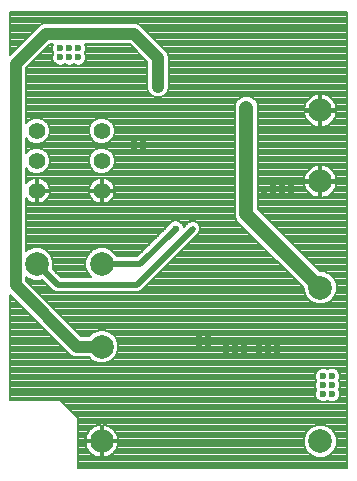
<source format=gbl>
G75*
G70*
%OFA0B0*%
%FSLAX24Y24*%
%IPPOS*%
%LPD*%
%AMOC8*
5,1,8,0,0,1.08239X$1,22.5*
%
%ADD10C,0.0787*%
%ADD11C,0.0551*%
%ADD12C,0.0236*%
%ADD13C,0.0472*%
%ADD14C,0.0394*%
%ADD15C,0.0197*%
%ADD16C,0.0118*%
%ADD17C,0.0079*%
D10*
X003346Y001181D03*
X003346Y004331D03*
X003346Y007087D03*
X001181Y007087D03*
X010630Y006299D03*
X010630Y009843D03*
X010630Y012205D03*
X010630Y001181D03*
D11*
X003346Y009531D03*
X003346Y010531D03*
X003346Y011531D03*
X001181Y011531D03*
X001181Y010531D03*
X001181Y009531D03*
D12*
X004429Y010925D03*
X004724Y010925D03*
X004724Y011220D03*
X004429Y011220D03*
X005217Y012992D03*
X005217Y013287D03*
X002559Y013976D03*
X002264Y013976D03*
X001969Y013976D03*
X001969Y014272D03*
X002264Y014272D03*
X002559Y014272D03*
X008169Y012303D03*
X008169Y012008D03*
X009055Y009744D03*
X009055Y009449D03*
X008760Y009449D03*
X009350Y009449D03*
X009350Y009744D03*
X009646Y009744D03*
X009646Y009449D03*
X006004Y009350D03*
X005709Y009350D03*
X005807Y008268D03*
X006594Y004626D03*
X006594Y004331D03*
X006594Y004035D03*
X006890Y004035D03*
X006890Y004331D03*
X006890Y004626D03*
X007480Y004429D03*
X007776Y004429D03*
X008071Y004429D03*
X008071Y004134D03*
X007776Y004134D03*
X007480Y004134D03*
X008583Y004134D03*
X008878Y004134D03*
X009173Y004134D03*
X009173Y004429D03*
X008878Y004429D03*
X008583Y004429D03*
X010728Y003346D03*
X010728Y003051D03*
X010728Y002756D03*
X011024Y002756D03*
X011024Y003051D03*
X011024Y003346D03*
D13*
X010630Y006299D02*
X008169Y008760D01*
X008169Y012008D01*
X008169Y012303D01*
D14*
X005217Y012992D02*
X005217Y013969D01*
X004422Y014764D01*
X001476Y014764D01*
X000472Y013759D01*
X000472Y006373D01*
X002514Y004331D01*
X003346Y004331D01*
D15*
X004508Y006398D02*
X001870Y006398D01*
X001181Y007087D01*
X003346Y007087D02*
X004626Y007087D01*
X005807Y008268D01*
X006378Y008268D02*
X004508Y006398D01*
D16*
X006378Y008268D03*
D17*
X002559Y001781D02*
X002559Y000276D01*
X011535Y000276D01*
X011535Y015472D01*
X000276Y015472D01*
X000276Y014064D01*
X001276Y015064D01*
X001406Y015118D01*
X001547Y015118D01*
X004352Y015118D01*
X004493Y015118D01*
X004623Y015064D01*
X005517Y014170D01*
X005571Y014040D01*
X005571Y013899D01*
X005571Y012922D01*
X005517Y012791D01*
X005417Y012692D01*
X005287Y012638D01*
X005146Y012638D01*
X005016Y012692D01*
X004916Y012791D01*
X004862Y012922D01*
X004862Y013823D01*
X004275Y014409D01*
X002800Y014409D01*
X002835Y014326D01*
X002835Y014217D01*
X002796Y014124D01*
X002835Y014031D01*
X002835Y013922D01*
X002793Y013820D01*
X002715Y013743D01*
X002614Y013701D01*
X002504Y013701D01*
X002411Y013739D01*
X002319Y013701D01*
X002209Y013701D01*
X002116Y013739D01*
X002023Y013701D01*
X001914Y013701D01*
X001812Y013743D01*
X001735Y013820D01*
X001693Y013922D01*
X001693Y014031D01*
X001731Y014124D01*
X001693Y014217D01*
X001693Y014326D01*
X001727Y014409D01*
X001623Y014409D01*
X000826Y013612D01*
X000826Y011789D01*
X000936Y011899D01*
X001095Y011965D01*
X001267Y011965D01*
X001426Y011899D01*
X001548Y011777D01*
X001614Y011618D01*
X001614Y011445D01*
X001548Y011286D01*
X001426Y011164D01*
X001267Y011098D01*
X001095Y011098D01*
X000936Y011164D01*
X000826Y011274D01*
X000826Y010789D01*
X000936Y010899D01*
X001095Y010965D01*
X001267Y010965D01*
X001426Y010899D01*
X001548Y010777D01*
X001614Y010618D01*
X001614Y010445D01*
X001548Y010286D01*
X001426Y010164D01*
X001267Y010098D01*
X001095Y010098D01*
X000936Y010164D01*
X000826Y010274D01*
X000826Y009780D01*
X000851Y009814D01*
X000899Y009862D01*
X000954Y009902D01*
X001015Y009933D01*
X001080Y009954D01*
X001142Y009964D01*
X001142Y009571D01*
X001220Y009571D01*
X001220Y009964D01*
X001283Y009954D01*
X001347Y009933D01*
X001408Y009902D01*
X001463Y009862D01*
X001511Y009814D01*
X001551Y009758D01*
X001582Y009698D01*
X001603Y009633D01*
X001613Y009571D01*
X001221Y009571D01*
X001221Y009492D01*
X001613Y009492D01*
X001603Y009430D01*
X001582Y009365D01*
X001551Y009304D01*
X001511Y009249D01*
X001463Y009201D01*
X001408Y009161D01*
X001347Y009130D01*
X001283Y009109D01*
X001220Y009099D01*
X001220Y009492D01*
X001142Y009492D01*
X001142Y009099D01*
X001080Y009109D01*
X001015Y009130D01*
X000954Y009161D01*
X000899Y009201D01*
X000851Y009249D01*
X000826Y009283D01*
X000826Y007511D01*
X000869Y007554D01*
X001071Y007638D01*
X001291Y007638D01*
X001493Y007554D01*
X001648Y007399D01*
X001732Y007196D01*
X001732Y006977D01*
X001709Y006921D01*
X001976Y006654D01*
X003000Y006654D01*
X002879Y006774D01*
X002795Y006977D01*
X002795Y007196D01*
X002879Y007399D01*
X003034Y007554D01*
X003237Y007638D01*
X003456Y007638D01*
X003659Y007554D01*
X003814Y007399D01*
X003837Y007342D01*
X004520Y007342D01*
X005554Y008376D01*
X005573Y008424D01*
X005651Y008501D01*
X000826Y008501D01*
X000826Y008424D02*
X005574Y008424D01*
X005524Y008347D02*
X000826Y008347D01*
X000826Y008269D02*
X005447Y008269D01*
X005370Y008192D02*
X000826Y008192D01*
X000826Y008115D02*
X005292Y008115D01*
X005215Y008037D02*
X000826Y008037D01*
X000826Y007960D02*
X005138Y007960D01*
X005060Y007883D02*
X000826Y007883D01*
X000826Y007806D02*
X004983Y007806D01*
X004906Y007728D02*
X000826Y007728D01*
X000826Y007651D02*
X004829Y007651D01*
X004751Y007574D02*
X003611Y007574D01*
X003716Y007496D02*
X004674Y007496D01*
X004597Y007419D02*
X003793Y007419D01*
X003082Y007574D02*
X001445Y007574D01*
X001551Y007496D02*
X002977Y007496D01*
X002900Y007419D02*
X001628Y007419D01*
X001672Y007342D02*
X002856Y007342D01*
X002824Y007265D02*
X001704Y007265D01*
X001732Y007187D02*
X002795Y007187D01*
X002795Y007110D02*
X001732Y007110D01*
X001732Y007033D02*
X002795Y007033D01*
X002804Y006956D02*
X001723Y006956D01*
X001751Y006878D02*
X002836Y006878D01*
X002868Y006801D02*
X001829Y006801D01*
X001906Y006724D02*
X002930Y006724D01*
X001921Y006142D02*
X004559Y006142D01*
X004653Y006181D01*
X004725Y006253D01*
X006595Y008123D01*
X006634Y008217D01*
X006634Y008319D01*
X006595Y008413D01*
X006523Y008485D01*
X006429Y008524D01*
X006327Y008524D01*
X006233Y008485D01*
X006079Y008331D01*
X006041Y008424D01*
X005963Y008501D01*
X006273Y008501D01*
X006172Y008424D02*
X006041Y008424D01*
X006073Y008347D02*
X006095Y008347D01*
X005963Y008501D02*
X005862Y008543D01*
X005752Y008543D01*
X005651Y008501D01*
X006483Y008501D02*
X007871Y008501D01*
X007836Y008537D02*
X010079Y006294D01*
X010079Y006190D01*
X010163Y005987D01*
X010318Y005832D01*
X010520Y005748D01*
X010740Y005748D01*
X010942Y005832D01*
X011097Y005987D01*
X011181Y006190D01*
X011181Y006409D01*
X011097Y006611D01*
X010942Y006766D01*
X010740Y006850D01*
X010636Y006850D01*
X008563Y008923D01*
X008563Y012086D01*
X008563Y012381D01*
X008503Y012526D01*
X008392Y012637D01*
X008248Y012697D01*
X008091Y012697D01*
X007946Y012637D01*
X007836Y012526D01*
X007776Y012381D01*
X007776Y012086D01*
X007776Y008838D01*
X007776Y008681D01*
X007836Y008537D01*
X007818Y008578D02*
X000826Y008578D01*
X000826Y008656D02*
X007786Y008656D01*
X007776Y008733D02*
X000826Y008733D01*
X000826Y008810D02*
X007776Y008810D01*
X007776Y008888D02*
X000826Y008888D01*
X000826Y008965D02*
X007776Y008965D01*
X007776Y009042D02*
X000826Y009042D01*
X000826Y009119D02*
X001048Y009119D01*
X001142Y009119D02*
X001220Y009119D01*
X001220Y009197D02*
X001142Y009197D01*
X001142Y009274D02*
X001220Y009274D01*
X001220Y009351D02*
X001142Y009351D01*
X001142Y009429D02*
X001220Y009429D01*
X001221Y009506D02*
X003307Y009506D01*
X003307Y009492D02*
X002914Y009492D01*
X002924Y009430D01*
X002945Y009365D01*
X002976Y009304D01*
X003016Y009249D01*
X003064Y009201D01*
X003119Y009161D01*
X003180Y009130D01*
X003245Y009109D01*
X003307Y009099D01*
X003307Y009492D01*
X003386Y009492D01*
X003386Y009571D01*
X003779Y009571D01*
X003769Y009633D01*
X003748Y009698D01*
X003717Y009758D01*
X003677Y009814D01*
X003629Y009862D01*
X003573Y009902D01*
X003513Y009933D01*
X003448Y009954D01*
X003386Y009964D01*
X003386Y009571D01*
X003307Y009571D01*
X003307Y009964D01*
X003245Y009954D01*
X003180Y009933D01*
X003119Y009902D01*
X003064Y009862D01*
X003016Y009814D01*
X002976Y009758D01*
X002945Y009698D01*
X002924Y009633D01*
X002914Y009571D01*
X003307Y009571D01*
X003307Y009492D01*
X003307Y009429D02*
X003386Y009429D01*
X003386Y009492D02*
X003386Y009099D01*
X003448Y009109D01*
X003513Y009130D01*
X003573Y009161D01*
X003629Y009201D01*
X003677Y009249D01*
X003717Y009304D01*
X003748Y009365D01*
X003769Y009430D01*
X003779Y009492D01*
X003386Y009492D01*
X003386Y009506D02*
X007776Y009506D01*
X007776Y009583D02*
X003777Y009583D01*
X003760Y009660D02*
X007776Y009660D01*
X007776Y009738D02*
X003727Y009738D01*
X003675Y009815D02*
X007776Y009815D01*
X007776Y009892D02*
X003587Y009892D01*
X003386Y009892D02*
X003307Y009892D01*
X003307Y009815D02*
X003386Y009815D01*
X003386Y009738D02*
X003307Y009738D01*
X003307Y009660D02*
X003386Y009660D01*
X003386Y009583D02*
X003307Y009583D01*
X003307Y009351D02*
X003386Y009351D01*
X003386Y009274D02*
X003307Y009274D01*
X003307Y009197D02*
X003386Y009197D01*
X003386Y009119D02*
X003307Y009119D01*
X003213Y009119D02*
X001314Y009119D01*
X001457Y009197D02*
X003070Y009197D01*
X002998Y009274D02*
X001529Y009274D01*
X001575Y009351D02*
X002952Y009351D01*
X002925Y009429D02*
X001603Y009429D01*
X001611Y009583D02*
X002916Y009583D01*
X002933Y009660D02*
X001595Y009660D01*
X001562Y009738D02*
X002966Y009738D01*
X003018Y009815D02*
X001510Y009815D01*
X001421Y009892D02*
X003106Y009892D01*
X003198Y010124D02*
X001329Y010124D01*
X001463Y010201D02*
X003064Y010201D01*
X003101Y010164D02*
X003260Y010098D01*
X003433Y010098D01*
X003592Y010164D01*
X003714Y010286D01*
X003779Y010445D01*
X003779Y010618D01*
X003714Y010777D01*
X003592Y010899D01*
X003433Y010965D01*
X003260Y010965D01*
X003101Y010899D01*
X002979Y010777D01*
X002913Y010618D01*
X002913Y010445D01*
X002979Y010286D01*
X003101Y010164D01*
X002987Y010279D02*
X001541Y010279D01*
X001577Y010356D02*
X002950Y010356D01*
X002918Y010433D02*
X001609Y010433D01*
X001614Y010511D02*
X002913Y010511D01*
X002913Y010588D02*
X001614Y010588D01*
X001594Y010665D02*
X002933Y010665D01*
X002965Y010742D02*
X001562Y010742D01*
X001505Y010820D02*
X003022Y010820D01*
X003099Y010897D02*
X001428Y010897D01*
X001341Y011129D02*
X003187Y011129D01*
X003260Y011098D02*
X003101Y011164D01*
X002979Y011286D01*
X002913Y011445D01*
X002913Y011618D01*
X002979Y011777D01*
X003101Y011899D01*
X003260Y011965D01*
X003433Y011965D01*
X003592Y011899D01*
X003714Y011777D01*
X003779Y011618D01*
X003779Y011445D01*
X003714Y011286D01*
X003592Y011164D01*
X003433Y011098D01*
X003260Y011098D01*
X003059Y011206D02*
X001468Y011206D01*
X001545Y011283D02*
X002982Y011283D01*
X002948Y011361D02*
X001579Y011361D01*
X001611Y011438D02*
X002916Y011438D01*
X002913Y011515D02*
X001614Y011515D01*
X001614Y011593D02*
X002913Y011593D01*
X002935Y011670D02*
X001593Y011670D01*
X001561Y011747D02*
X002967Y011747D01*
X003027Y011824D02*
X001501Y011824D01*
X001419Y011902D02*
X003108Y011902D01*
X003584Y011902D02*
X007776Y011902D01*
X007776Y011979D02*
X000826Y011979D01*
X000826Y012056D02*
X007776Y012056D01*
X007776Y012134D02*
X000826Y012134D01*
X000826Y012211D02*
X007776Y012211D01*
X007776Y012288D02*
X000826Y012288D01*
X000826Y012365D02*
X007776Y012365D01*
X007801Y012443D02*
X000826Y012443D01*
X000826Y012520D02*
X007833Y012520D01*
X007907Y012597D02*
X000826Y012597D01*
X000826Y012674D02*
X005057Y012674D01*
X004956Y012752D02*
X000826Y012752D01*
X000826Y012829D02*
X004901Y012829D01*
X004869Y012906D02*
X000826Y012906D01*
X000826Y012984D02*
X004862Y012984D01*
X004862Y013061D02*
X000826Y013061D01*
X000826Y013138D02*
X004862Y013138D01*
X004862Y013215D02*
X000826Y013215D01*
X000826Y013293D02*
X004862Y013293D01*
X004862Y013370D02*
X000826Y013370D01*
X000826Y013447D02*
X004862Y013447D01*
X004862Y013525D02*
X000826Y013525D01*
X000826Y013602D02*
X004862Y013602D01*
X004862Y013679D02*
X000893Y013679D01*
X000970Y013756D02*
X001799Y013756D01*
X001729Y013834D02*
X001047Y013834D01*
X001125Y013911D02*
X001697Y013911D01*
X001693Y013988D02*
X001202Y013988D01*
X001279Y014066D02*
X001707Y014066D01*
X001724Y014143D02*
X001357Y014143D01*
X001434Y014220D02*
X001693Y014220D01*
X001693Y014297D02*
X001511Y014297D01*
X001588Y014375D02*
X001713Y014375D01*
X001127Y014916D02*
X000276Y014916D01*
X000276Y014993D02*
X001205Y014993D01*
X001290Y015070D02*
X000276Y015070D01*
X000276Y015148D02*
X011535Y015148D01*
X011535Y015225D02*
X000276Y015225D01*
X000276Y015302D02*
X011535Y015302D01*
X011535Y015379D02*
X000276Y015379D01*
X000276Y015457D02*
X011535Y015457D01*
X011535Y015070D02*
X004608Y015070D01*
X004694Y014993D02*
X011535Y014993D01*
X011535Y014916D02*
X004771Y014916D01*
X004849Y014838D02*
X011535Y014838D01*
X011535Y014761D02*
X004926Y014761D01*
X005003Y014684D02*
X011535Y014684D01*
X011535Y014607D02*
X005080Y014607D01*
X005158Y014529D02*
X011535Y014529D01*
X011535Y014452D02*
X005235Y014452D01*
X005312Y014375D02*
X011535Y014375D01*
X011535Y014297D02*
X005390Y014297D01*
X005467Y014220D02*
X011535Y014220D01*
X011535Y014143D02*
X005528Y014143D01*
X005560Y014066D02*
X011535Y014066D01*
X011535Y013988D02*
X005571Y013988D01*
X005571Y013911D02*
X011535Y013911D01*
X011535Y013834D02*
X005571Y013834D01*
X005571Y013756D02*
X011535Y013756D01*
X011535Y013679D02*
X005571Y013679D01*
X005571Y013602D02*
X011535Y013602D01*
X011535Y013525D02*
X005571Y013525D01*
X005571Y013447D02*
X011535Y013447D01*
X011535Y013370D02*
X005571Y013370D01*
X005571Y013293D02*
X011535Y013293D01*
X011535Y013215D02*
X005571Y013215D01*
X005571Y013138D02*
X011535Y013138D01*
X011535Y013061D02*
X005571Y013061D01*
X005571Y012984D02*
X011535Y012984D01*
X011535Y012906D02*
X005564Y012906D01*
X005532Y012829D02*
X011535Y012829D01*
X011535Y012752D02*
X010699Y012752D01*
X010673Y012756D02*
X010669Y012756D01*
X010669Y012244D01*
X010591Y012244D01*
X010591Y012756D01*
X010586Y012756D01*
X010501Y012742D01*
X010418Y012715D01*
X010341Y012676D01*
X010271Y012625D01*
X010209Y012564D01*
X010159Y012494D01*
X010119Y012416D01*
X010092Y012334D01*
X010079Y012248D01*
X010079Y012244D01*
X010590Y012244D01*
X010590Y012165D01*
X010079Y012165D01*
X010079Y012161D01*
X010092Y012076D01*
X010119Y011993D01*
X010159Y011916D01*
X010209Y011846D01*
X010271Y011784D01*
X010341Y011733D01*
X010418Y011694D01*
X010501Y011667D01*
X010586Y011654D01*
X010591Y011654D01*
X010591Y012165D01*
X010669Y012165D01*
X010669Y011654D01*
X010673Y011654D01*
X010759Y011667D01*
X010841Y011694D01*
X010919Y011733D01*
X010989Y011784D01*
X011050Y011846D01*
X011101Y011916D01*
X011141Y011993D01*
X011167Y012076D01*
X011181Y012161D01*
X011181Y012165D01*
X010669Y012165D01*
X010669Y012244D01*
X011181Y012244D01*
X011181Y012248D01*
X011167Y012334D01*
X011141Y012416D01*
X011101Y012494D01*
X011050Y012564D01*
X010989Y012625D01*
X010919Y012676D01*
X010841Y012715D01*
X010759Y012742D01*
X010673Y012756D01*
X010669Y012752D02*
X010591Y012752D01*
X010561Y012752D02*
X005477Y012752D01*
X005376Y012674D02*
X008037Y012674D01*
X008302Y012674D02*
X010339Y012674D01*
X010243Y012597D02*
X008432Y012597D01*
X008506Y012520D02*
X010178Y012520D01*
X010133Y012443D02*
X008538Y012443D01*
X008563Y012365D02*
X010103Y012365D01*
X010085Y012288D02*
X008563Y012288D01*
X008563Y012211D02*
X010590Y012211D01*
X010591Y012288D02*
X010669Y012288D01*
X010669Y012211D02*
X011535Y012211D01*
X011535Y012288D02*
X011175Y012288D01*
X011157Y012365D02*
X011535Y012365D01*
X011535Y012443D02*
X011127Y012443D01*
X011082Y012520D02*
X011535Y012520D01*
X011535Y012597D02*
X011017Y012597D01*
X010921Y012674D02*
X011535Y012674D01*
X011535Y012134D02*
X011177Y012134D01*
X011161Y012056D02*
X011535Y012056D01*
X011535Y011979D02*
X011133Y011979D01*
X011091Y011902D02*
X011535Y011902D01*
X011535Y011824D02*
X011029Y011824D01*
X010938Y011747D02*
X011535Y011747D01*
X011535Y011670D02*
X010767Y011670D01*
X010669Y011670D02*
X010591Y011670D01*
X010591Y011747D02*
X010669Y011747D01*
X010669Y011824D02*
X010591Y011824D01*
X010591Y011902D02*
X010669Y011902D01*
X010669Y011979D02*
X010591Y011979D01*
X010591Y012056D02*
X010669Y012056D01*
X010669Y012134D02*
X010591Y012134D01*
X010591Y012365D02*
X010669Y012365D01*
X010669Y012443D02*
X010591Y012443D01*
X010591Y012520D02*
X010669Y012520D01*
X010669Y012597D02*
X010591Y012597D01*
X010591Y012674D02*
X010669Y012674D01*
X010099Y012056D02*
X008563Y012056D01*
X008563Y011979D02*
X010126Y011979D01*
X010169Y011902D02*
X008563Y011902D01*
X008563Y011824D02*
X010231Y011824D01*
X010322Y011747D02*
X008563Y011747D01*
X008563Y011670D02*
X010493Y011670D01*
X010083Y012134D02*
X008563Y012134D01*
X008563Y011593D02*
X011535Y011593D01*
X011535Y011515D02*
X008563Y011515D01*
X008563Y011438D02*
X011535Y011438D01*
X011535Y011361D02*
X008563Y011361D01*
X008563Y011283D02*
X011535Y011283D01*
X011535Y011206D02*
X008563Y011206D01*
X008563Y011129D02*
X011535Y011129D01*
X011535Y011052D02*
X008563Y011052D01*
X008563Y010974D02*
X011535Y010974D01*
X011535Y010897D02*
X008563Y010897D01*
X008563Y010820D02*
X011535Y010820D01*
X011535Y010742D02*
X008563Y010742D01*
X008563Y010665D02*
X011535Y010665D01*
X011535Y010588D02*
X008563Y010588D01*
X008563Y010511D02*
X011535Y010511D01*
X011535Y010433D02*
X008563Y010433D01*
X008563Y010356D02*
X010427Y010356D01*
X010418Y010353D02*
X010341Y010314D01*
X010271Y010263D01*
X010209Y010202D01*
X010159Y010131D01*
X010119Y010054D01*
X010092Y009972D01*
X010079Y009886D01*
X010079Y009882D01*
X010590Y009882D01*
X010590Y009803D01*
X010079Y009803D01*
X010079Y009799D01*
X010092Y009713D01*
X010119Y009631D01*
X010159Y009554D01*
X010209Y009483D01*
X010271Y009422D01*
X010341Y009371D01*
X010418Y009332D01*
X010501Y009305D01*
X010586Y009291D01*
X010591Y009291D01*
X010591Y009803D01*
X010669Y009803D01*
X010669Y009291D01*
X010673Y009291D01*
X010759Y009305D01*
X010841Y009332D01*
X010919Y009371D01*
X010989Y009422D01*
X011050Y009483D01*
X011101Y009554D01*
X011141Y009631D01*
X011167Y009713D01*
X011181Y009799D01*
X011181Y009803D01*
X010669Y009803D01*
X010669Y009882D01*
X010591Y009882D01*
X010591Y010394D01*
X010586Y010394D01*
X010501Y010380D01*
X010418Y010353D01*
X010293Y010279D02*
X008563Y010279D01*
X008563Y010201D02*
X010209Y010201D01*
X010155Y010124D02*
X008563Y010124D01*
X008563Y010047D02*
X010117Y010047D01*
X010092Y009970D02*
X008563Y009970D01*
X008563Y009892D02*
X010080Y009892D01*
X010088Y009738D02*
X008563Y009738D01*
X008563Y009815D02*
X010590Y009815D01*
X010591Y009738D02*
X010669Y009738D01*
X010669Y009815D02*
X011535Y009815D01*
X011535Y009738D02*
X011171Y009738D01*
X011150Y009660D02*
X011535Y009660D01*
X011535Y009583D02*
X011116Y009583D01*
X011067Y009506D02*
X011535Y009506D01*
X011535Y009429D02*
X010995Y009429D01*
X010880Y009351D02*
X011535Y009351D01*
X011535Y009274D02*
X008563Y009274D01*
X008563Y009351D02*
X010380Y009351D01*
X010264Y009429D02*
X008563Y009429D01*
X008563Y009506D02*
X010193Y009506D01*
X010143Y009583D02*
X008563Y009583D01*
X008563Y009660D02*
X010110Y009660D01*
X010591Y009660D02*
X010669Y009660D01*
X010669Y009583D02*
X010591Y009583D01*
X010591Y009506D02*
X010669Y009506D01*
X010669Y009429D02*
X010591Y009429D01*
X010591Y009351D02*
X010669Y009351D01*
X010669Y009882D02*
X011181Y009882D01*
X011181Y009886D01*
X011167Y009972D01*
X011141Y010054D01*
X011101Y010131D01*
X011050Y010202D01*
X010989Y010263D01*
X010919Y010314D01*
X010841Y010353D01*
X010759Y010380D01*
X010673Y010394D01*
X010669Y010394D01*
X010669Y009882D01*
X010669Y009892D02*
X010591Y009892D01*
X010591Y009970D02*
X010669Y009970D01*
X010669Y010047D02*
X010591Y010047D01*
X010591Y010124D02*
X010669Y010124D01*
X010669Y010201D02*
X010591Y010201D01*
X010591Y010279D02*
X010669Y010279D01*
X010669Y010356D02*
X010591Y010356D01*
X010833Y010356D02*
X011535Y010356D01*
X011535Y010279D02*
X010967Y010279D01*
X011050Y010201D02*
X011535Y010201D01*
X011535Y010124D02*
X011105Y010124D01*
X011143Y010047D02*
X011535Y010047D01*
X011535Y009970D02*
X011168Y009970D01*
X011180Y009892D02*
X011535Y009892D01*
X011535Y009197D02*
X008563Y009197D01*
X008563Y009119D02*
X011535Y009119D01*
X011535Y009042D02*
X008563Y009042D01*
X008563Y008965D02*
X011535Y008965D01*
X011535Y008888D02*
X008598Y008888D01*
X008676Y008810D02*
X011535Y008810D01*
X011535Y008733D02*
X008753Y008733D01*
X008830Y008656D02*
X011535Y008656D01*
X011535Y008578D02*
X008907Y008578D01*
X008985Y008501D02*
X011535Y008501D01*
X011535Y008424D02*
X009062Y008424D01*
X009139Y008347D02*
X011535Y008347D01*
X011535Y008269D02*
X009217Y008269D01*
X009294Y008192D02*
X011535Y008192D01*
X011535Y008115D02*
X009371Y008115D01*
X009448Y008037D02*
X011535Y008037D01*
X011535Y007960D02*
X009526Y007960D01*
X009603Y007883D02*
X011535Y007883D01*
X011535Y007806D02*
X009680Y007806D01*
X009758Y007728D02*
X011535Y007728D01*
X011535Y007651D02*
X009835Y007651D01*
X009912Y007574D02*
X011535Y007574D01*
X011535Y007496D02*
X009989Y007496D01*
X010067Y007419D02*
X011535Y007419D01*
X011535Y007342D02*
X010144Y007342D01*
X010221Y007265D02*
X011535Y007265D01*
X011535Y007187D02*
X010299Y007187D01*
X010376Y007110D02*
X011535Y007110D01*
X011535Y007033D02*
X010453Y007033D01*
X010530Y006956D02*
X011535Y006956D01*
X011535Y006878D02*
X010608Y006878D01*
X010859Y006801D02*
X011535Y006801D01*
X011535Y006724D02*
X010985Y006724D01*
X011062Y006646D02*
X011535Y006646D01*
X011535Y006569D02*
X011115Y006569D01*
X011147Y006492D02*
X011535Y006492D01*
X011535Y006415D02*
X011179Y006415D01*
X011181Y006337D02*
X011535Y006337D01*
X011535Y006260D02*
X011181Y006260D01*
X011178Y006183D02*
X011535Y006183D01*
X011535Y006105D02*
X011146Y006105D01*
X011114Y006028D02*
X011535Y006028D01*
X011535Y005951D02*
X011061Y005951D01*
X010984Y005874D02*
X011535Y005874D01*
X011535Y005796D02*
X010856Y005796D01*
X010404Y005796D02*
X001549Y005796D01*
X001472Y005874D02*
X010276Y005874D01*
X010199Y005951D02*
X001395Y005951D01*
X001317Y006028D02*
X010146Y006028D01*
X010114Y006105D02*
X001240Y006105D01*
X001163Y006183D02*
X001723Y006183D01*
X001725Y006181D02*
X001819Y006142D01*
X001921Y006142D01*
X001725Y006181D02*
X001347Y006559D01*
X001291Y006535D01*
X001071Y006535D01*
X000869Y006619D01*
X000826Y006662D01*
X000826Y006519D01*
X002661Y004685D01*
X002921Y004685D01*
X003034Y004798D01*
X003237Y004882D01*
X003456Y004882D01*
X003659Y004798D01*
X003814Y004643D01*
X003898Y004440D01*
X003898Y004221D01*
X003814Y004018D01*
X003659Y003863D01*
X003456Y003780D01*
X003237Y003780D01*
X003034Y003863D01*
X002921Y003976D01*
X002443Y003976D01*
X002313Y004030D01*
X002213Y004130D01*
X000276Y006068D01*
X000276Y002559D01*
X001944Y002559D01*
X002059Y002444D01*
X002559Y001944D01*
X002559Y001781D01*
X002559Y001778D02*
X011535Y001778D01*
X011535Y001855D02*
X002559Y001855D01*
X002559Y001932D02*
X011535Y001932D01*
X011535Y002009D02*
X002493Y002009D01*
X002416Y002087D02*
X011535Y002087D01*
X011535Y002164D02*
X002339Y002164D01*
X002262Y002241D02*
X011535Y002241D01*
X011535Y002319D02*
X002184Y002319D01*
X002107Y002396D02*
X011535Y002396D01*
X011535Y002473D02*
X002030Y002473D01*
X001952Y002550D02*
X010544Y002550D01*
X010572Y002522D02*
X010674Y002480D01*
X010783Y002480D01*
X010876Y002519D01*
X010969Y002480D01*
X011078Y002480D01*
X011180Y002522D01*
X011257Y002600D01*
X011299Y002701D01*
X011299Y002811D01*
X011261Y002904D01*
X011299Y002996D01*
X011299Y003106D01*
X011261Y003199D01*
X011299Y003292D01*
X011299Y003401D01*
X011257Y003503D01*
X011180Y003580D01*
X011078Y003622D01*
X010969Y003622D01*
X010876Y003584D01*
X010783Y003622D01*
X010674Y003622D01*
X010572Y003580D01*
X010495Y003503D01*
X010453Y003401D01*
X010453Y003292D01*
X010491Y003199D01*
X010453Y003106D01*
X010453Y002996D01*
X010491Y002904D01*
X010453Y002811D01*
X010453Y002701D01*
X010495Y002600D01*
X010572Y002522D01*
X010483Y002628D02*
X000276Y002628D01*
X000276Y002705D02*
X010453Y002705D01*
X010453Y002782D02*
X000276Y002782D01*
X000276Y002859D02*
X010473Y002859D01*
X010477Y002937D02*
X000276Y002937D01*
X000276Y003014D02*
X010453Y003014D01*
X010453Y003091D02*
X000276Y003091D01*
X000276Y003169D02*
X010479Y003169D01*
X010472Y003246D02*
X000276Y003246D01*
X000276Y003323D02*
X010453Y003323D01*
X010453Y003400D02*
X000276Y003400D01*
X000276Y003478D02*
X010484Y003478D01*
X010547Y003555D02*
X000276Y003555D01*
X000276Y003632D02*
X011535Y003632D01*
X011535Y003555D02*
X011205Y003555D01*
X011268Y003478D02*
X011535Y003478D01*
X011535Y003400D02*
X011299Y003400D01*
X011299Y003323D02*
X011535Y003323D01*
X011535Y003246D02*
X011280Y003246D01*
X011273Y003169D02*
X011535Y003169D01*
X011535Y003091D02*
X011299Y003091D01*
X011299Y003014D02*
X011535Y003014D01*
X011535Y002937D02*
X011274Y002937D01*
X011279Y002859D02*
X011535Y002859D01*
X011535Y002782D02*
X011299Y002782D01*
X011299Y002705D02*
X011535Y002705D01*
X011535Y002628D02*
X011269Y002628D01*
X011208Y002550D02*
X011535Y002550D01*
X011535Y001700D02*
X010817Y001700D01*
X010740Y001732D02*
X010520Y001732D01*
X010318Y001648D01*
X010163Y001493D01*
X010079Y001291D01*
X010079Y001071D01*
X010163Y000869D01*
X010318Y000714D01*
X010520Y000630D01*
X010740Y000630D01*
X010942Y000714D01*
X011097Y000869D01*
X011181Y001071D01*
X011181Y001291D01*
X011097Y001493D01*
X010942Y001648D01*
X010740Y001732D01*
X010968Y001623D02*
X011535Y001623D01*
X011535Y001546D02*
X011045Y001546D01*
X011108Y001468D02*
X011535Y001468D01*
X011535Y001391D02*
X011140Y001391D01*
X011172Y001314D02*
X011535Y001314D01*
X011535Y001237D02*
X011181Y001237D01*
X011181Y001159D02*
X011535Y001159D01*
X011535Y001082D02*
X011181Y001082D01*
X011153Y001005D02*
X011535Y001005D01*
X011535Y000927D02*
X011121Y000927D01*
X011078Y000850D02*
X011535Y000850D01*
X011535Y000773D02*
X011001Y000773D01*
X010898Y000696D02*
X011535Y000696D01*
X011535Y000618D02*
X002559Y000618D01*
X002559Y000541D02*
X011535Y000541D01*
X011535Y000464D02*
X002559Y000464D01*
X002559Y000386D02*
X011535Y000386D01*
X011535Y000309D02*
X002559Y000309D01*
X002559Y000696D02*
X003085Y000696D01*
X003058Y000710D02*
X003135Y000670D01*
X003217Y000644D01*
X003303Y000630D01*
X003307Y000630D01*
X003307Y001142D01*
X002795Y001142D01*
X002795Y001138D01*
X002809Y001052D01*
X002836Y000969D01*
X002875Y000892D01*
X002926Y000822D01*
X002987Y000761D01*
X003058Y000710D01*
X002975Y000773D02*
X002559Y000773D01*
X002559Y000850D02*
X002906Y000850D01*
X002857Y000927D02*
X002559Y000927D01*
X002559Y001005D02*
X002824Y001005D01*
X002804Y001082D02*
X002559Y001082D01*
X002559Y001159D02*
X003307Y001159D01*
X003307Y001142D02*
X003307Y001220D01*
X002795Y001220D01*
X002795Y001224D01*
X002809Y001310D01*
X002836Y001393D01*
X002875Y001470D01*
X002926Y001540D01*
X002987Y001601D01*
X003058Y001652D01*
X003135Y001692D01*
X003217Y001719D01*
X003303Y001732D01*
X003307Y001732D01*
X003307Y001221D01*
X003386Y001221D01*
X003386Y001732D01*
X003390Y001732D01*
X003476Y001719D01*
X003558Y001692D01*
X003635Y001652D01*
X003706Y001601D01*
X003767Y001540D01*
X003818Y001470D01*
X003857Y001393D01*
X003884Y001310D01*
X003898Y001224D01*
X003898Y001220D01*
X003386Y001220D01*
X003386Y001142D01*
X003898Y001142D01*
X003898Y001138D01*
X003884Y001052D01*
X003857Y000969D01*
X003818Y000892D01*
X003767Y000822D01*
X003706Y000761D01*
X003635Y000710D01*
X003558Y000670D01*
X003476Y000644D01*
X003390Y000630D01*
X003386Y000630D01*
X003386Y001142D01*
X003307Y001142D01*
X003307Y001082D02*
X003386Y001082D01*
X003386Y001159D02*
X010079Y001159D01*
X010079Y001082D02*
X003889Y001082D01*
X003869Y001005D02*
X010106Y001005D01*
X010138Y000927D02*
X003836Y000927D01*
X003787Y000850D02*
X010181Y000850D01*
X010259Y000773D02*
X003718Y000773D01*
X003608Y000696D02*
X010362Y000696D01*
X010079Y001237D02*
X003896Y001237D01*
X003883Y001314D02*
X010088Y001314D01*
X010120Y001391D02*
X003858Y001391D01*
X003819Y001468D02*
X010152Y001468D01*
X010215Y001546D02*
X003761Y001546D01*
X003676Y001623D02*
X010292Y001623D01*
X010443Y001700D02*
X003532Y001700D01*
X003386Y001700D02*
X003307Y001700D01*
X003307Y001623D02*
X003386Y001623D01*
X003386Y001546D02*
X003307Y001546D01*
X003307Y001468D02*
X003386Y001468D01*
X003386Y001391D02*
X003307Y001391D01*
X003307Y001314D02*
X003386Y001314D01*
X003386Y001237D02*
X003307Y001237D01*
X003307Y001005D02*
X003386Y001005D01*
X003386Y000927D02*
X003307Y000927D01*
X003307Y000850D02*
X003386Y000850D01*
X003386Y000773D02*
X003307Y000773D01*
X003307Y000696D02*
X003386Y000696D01*
X002797Y001237D02*
X002559Y001237D01*
X002559Y001314D02*
X002810Y001314D01*
X002835Y001391D02*
X002559Y001391D01*
X002559Y001468D02*
X002874Y001468D01*
X002932Y001546D02*
X002559Y001546D01*
X002559Y001623D02*
X003017Y001623D01*
X003161Y001700D02*
X002559Y001700D01*
X003219Y003787D02*
X000276Y003787D01*
X000276Y003864D02*
X003033Y003864D01*
X002956Y003941D02*
X000276Y003941D01*
X000276Y004019D02*
X002341Y004019D01*
X002247Y004096D02*
X000276Y004096D01*
X000276Y004173D02*
X002170Y004173D01*
X002093Y004251D02*
X000276Y004251D01*
X000276Y004328D02*
X002016Y004328D01*
X001938Y004405D02*
X000276Y004405D01*
X000276Y004482D02*
X001861Y004482D01*
X001784Y004560D02*
X000276Y004560D01*
X000276Y004637D02*
X001706Y004637D01*
X001629Y004714D02*
X000276Y004714D01*
X000276Y004792D02*
X001552Y004792D01*
X001475Y004869D02*
X000276Y004869D01*
X000276Y004946D02*
X001397Y004946D01*
X001320Y005023D02*
X000276Y005023D01*
X000276Y005101D02*
X001243Y005101D01*
X001165Y005178D02*
X000276Y005178D01*
X000276Y005255D02*
X001088Y005255D01*
X001011Y005333D02*
X000276Y005333D01*
X000276Y005410D02*
X000934Y005410D01*
X000856Y005487D02*
X000276Y005487D01*
X000276Y005564D02*
X000779Y005564D01*
X000702Y005642D02*
X000276Y005642D01*
X000276Y005719D02*
X000624Y005719D01*
X000547Y005796D02*
X000276Y005796D01*
X000276Y005874D02*
X000470Y005874D01*
X000393Y005951D02*
X000276Y005951D01*
X000276Y006028D02*
X000315Y006028D01*
X000854Y006492D02*
X001414Y006492D01*
X001491Y006415D02*
X000931Y006415D01*
X001008Y006337D02*
X001569Y006337D01*
X001646Y006260D02*
X001086Y006260D01*
X000990Y006569D02*
X000826Y006569D01*
X000826Y006646D02*
X000842Y006646D01*
X000826Y007574D02*
X000917Y007574D01*
X000905Y009197D02*
X000826Y009197D01*
X000826Y009274D02*
X000833Y009274D01*
X001142Y009583D02*
X001220Y009583D01*
X001220Y009660D02*
X001142Y009660D01*
X001142Y009738D02*
X001220Y009738D01*
X001220Y009815D02*
X001142Y009815D01*
X001142Y009892D02*
X001220Y009892D01*
X000941Y009892D02*
X000826Y009892D01*
X000826Y009815D02*
X000852Y009815D01*
X000826Y009970D02*
X007776Y009970D01*
X007776Y010047D02*
X000826Y010047D01*
X000826Y010124D02*
X001033Y010124D01*
X000899Y010201D02*
X000826Y010201D01*
X000826Y010820D02*
X000857Y010820D01*
X000826Y010897D02*
X000934Y010897D01*
X000826Y010974D02*
X007776Y010974D01*
X007776Y010897D02*
X003593Y010897D01*
X003671Y010820D02*
X007776Y010820D01*
X007776Y010742D02*
X003728Y010742D01*
X003760Y010665D02*
X007776Y010665D01*
X007776Y010588D02*
X003779Y010588D01*
X003779Y010511D02*
X007776Y010511D01*
X007776Y010433D02*
X003774Y010433D01*
X003742Y010356D02*
X007776Y010356D01*
X007776Y010279D02*
X003706Y010279D01*
X003629Y010201D02*
X007776Y010201D01*
X007776Y010124D02*
X003495Y010124D01*
X003768Y009429D02*
X007776Y009429D01*
X007776Y009351D02*
X003741Y009351D01*
X003695Y009274D02*
X007776Y009274D01*
X007776Y009197D02*
X003622Y009197D01*
X003480Y009119D02*
X007776Y009119D01*
X007948Y008424D02*
X006584Y008424D01*
X006622Y008347D02*
X008026Y008347D01*
X008103Y008269D02*
X006634Y008269D01*
X006624Y008192D02*
X008180Y008192D01*
X008258Y008115D02*
X006587Y008115D01*
X006510Y008037D02*
X008335Y008037D01*
X008412Y007960D02*
X006432Y007960D01*
X006355Y007883D02*
X008489Y007883D01*
X008567Y007806D02*
X006278Y007806D01*
X006200Y007728D02*
X008644Y007728D01*
X008721Y007651D02*
X006123Y007651D01*
X006046Y007574D02*
X008799Y007574D01*
X008876Y007496D02*
X005969Y007496D01*
X005891Y007419D02*
X008953Y007419D01*
X009030Y007342D02*
X005814Y007342D01*
X005737Y007265D02*
X009108Y007265D01*
X009185Y007187D02*
X005659Y007187D01*
X005582Y007110D02*
X009262Y007110D01*
X009340Y007033D02*
X005505Y007033D01*
X005428Y006956D02*
X009417Y006956D01*
X009494Y006878D02*
X005350Y006878D01*
X005273Y006801D02*
X009571Y006801D01*
X009649Y006724D02*
X005196Y006724D01*
X005119Y006646D02*
X009726Y006646D01*
X009803Y006569D02*
X005041Y006569D01*
X004964Y006492D02*
X009881Y006492D01*
X009958Y006415D02*
X004887Y006415D01*
X004809Y006337D02*
X010035Y006337D01*
X010079Y006260D02*
X004732Y006260D01*
X004655Y006183D02*
X010082Y006183D01*
X011535Y005719D02*
X001627Y005719D01*
X001704Y005642D02*
X011535Y005642D01*
X011535Y005564D02*
X001781Y005564D01*
X001858Y005487D02*
X011535Y005487D01*
X011535Y005410D02*
X001936Y005410D01*
X002013Y005333D02*
X011535Y005333D01*
X011535Y005255D02*
X002090Y005255D01*
X002168Y005178D02*
X011535Y005178D01*
X011535Y005101D02*
X002245Y005101D01*
X002322Y005023D02*
X011535Y005023D01*
X011535Y004946D02*
X002399Y004946D01*
X002477Y004869D02*
X003205Y004869D01*
X003028Y004792D02*
X002554Y004792D01*
X002631Y004714D02*
X002951Y004714D01*
X003487Y004869D02*
X011535Y004869D01*
X011535Y004792D02*
X003665Y004792D01*
X003742Y004714D02*
X011535Y004714D01*
X011535Y004637D02*
X003816Y004637D01*
X003848Y004560D02*
X011535Y004560D01*
X011535Y004482D02*
X003880Y004482D01*
X003898Y004405D02*
X011535Y004405D01*
X011535Y004328D02*
X003898Y004328D01*
X003898Y004251D02*
X011535Y004251D01*
X011535Y004173D02*
X003878Y004173D01*
X003846Y004096D02*
X011535Y004096D01*
X011535Y004019D02*
X003814Y004019D01*
X003737Y003941D02*
X011535Y003941D01*
X011535Y003864D02*
X003659Y003864D01*
X003474Y003787D02*
X011535Y003787D01*
X011535Y003710D02*
X000276Y003710D01*
X000826Y011052D02*
X007776Y011052D01*
X007776Y011129D02*
X003506Y011129D01*
X003634Y011206D02*
X007776Y011206D01*
X007776Y011283D02*
X003711Y011283D01*
X003744Y011361D02*
X007776Y011361D01*
X007776Y011438D02*
X003776Y011438D01*
X003779Y011515D02*
X007776Y011515D01*
X007776Y011593D02*
X003779Y011593D01*
X003758Y011670D02*
X007776Y011670D01*
X007776Y011747D02*
X003726Y011747D01*
X003666Y011824D02*
X007776Y011824D01*
X004862Y013756D02*
X002729Y013756D01*
X002798Y013834D02*
X004851Y013834D01*
X004774Y013911D02*
X002830Y013911D01*
X002835Y013988D02*
X004696Y013988D01*
X004619Y014066D02*
X002820Y014066D01*
X002804Y014143D02*
X004542Y014143D01*
X004465Y014220D02*
X002835Y014220D01*
X002835Y014297D02*
X004387Y014297D01*
X004310Y014375D02*
X002815Y014375D01*
X001050Y014838D02*
X000276Y014838D01*
X000276Y014761D02*
X000973Y014761D01*
X000895Y014684D02*
X000276Y014684D01*
X000276Y014607D02*
X000818Y014607D01*
X000741Y014529D02*
X000276Y014529D01*
X000276Y014452D02*
X000664Y014452D01*
X000586Y014375D02*
X000276Y014375D01*
X000276Y014297D02*
X000509Y014297D01*
X000432Y014220D02*
X000276Y014220D01*
X000276Y014143D02*
X000354Y014143D01*
X000277Y014066D02*
X000276Y014066D01*
X000826Y011902D02*
X000943Y011902D01*
X000862Y011824D02*
X000826Y011824D01*
X000826Y011206D02*
X000894Y011206D01*
X000826Y011129D02*
X001021Y011129D01*
M02*

</source>
